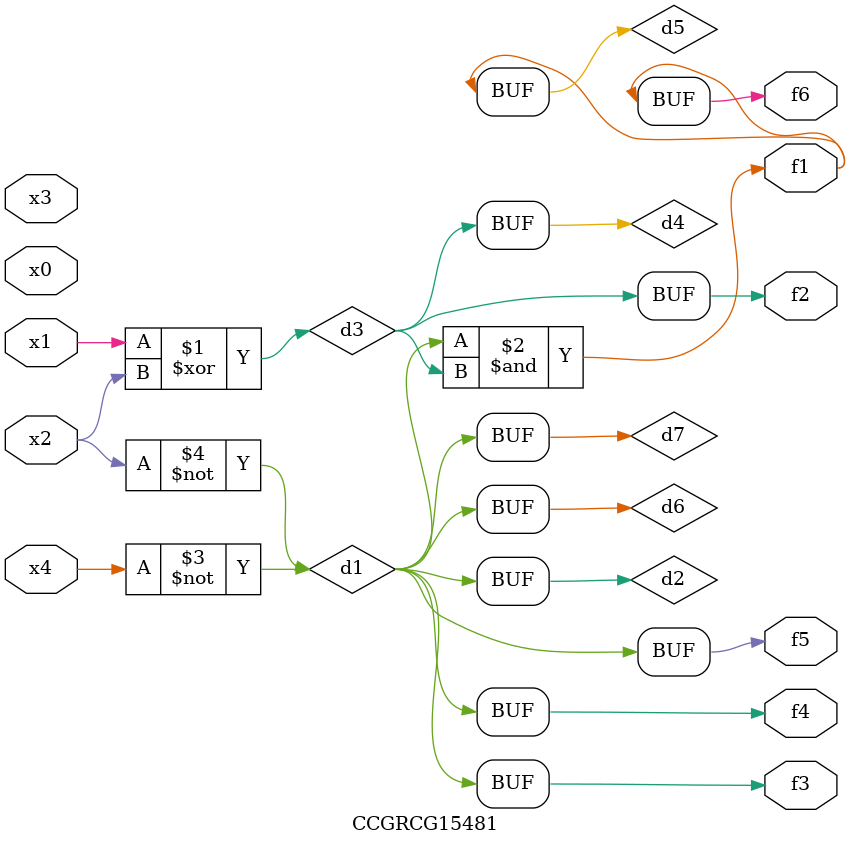
<source format=v>
module CCGRCG15481(
	input x0, x1, x2, x3, x4,
	output f1, f2, f3, f4, f5, f6
);

	wire d1, d2, d3, d4, d5, d6, d7;

	not (d1, x4);
	not (d2, x2);
	xor (d3, x1, x2);
	buf (d4, d3);
	and (d5, d1, d3);
	buf (d6, d1, d2);
	buf (d7, d2);
	assign f1 = d5;
	assign f2 = d4;
	assign f3 = d7;
	assign f4 = d7;
	assign f5 = d7;
	assign f6 = d5;
endmodule

</source>
